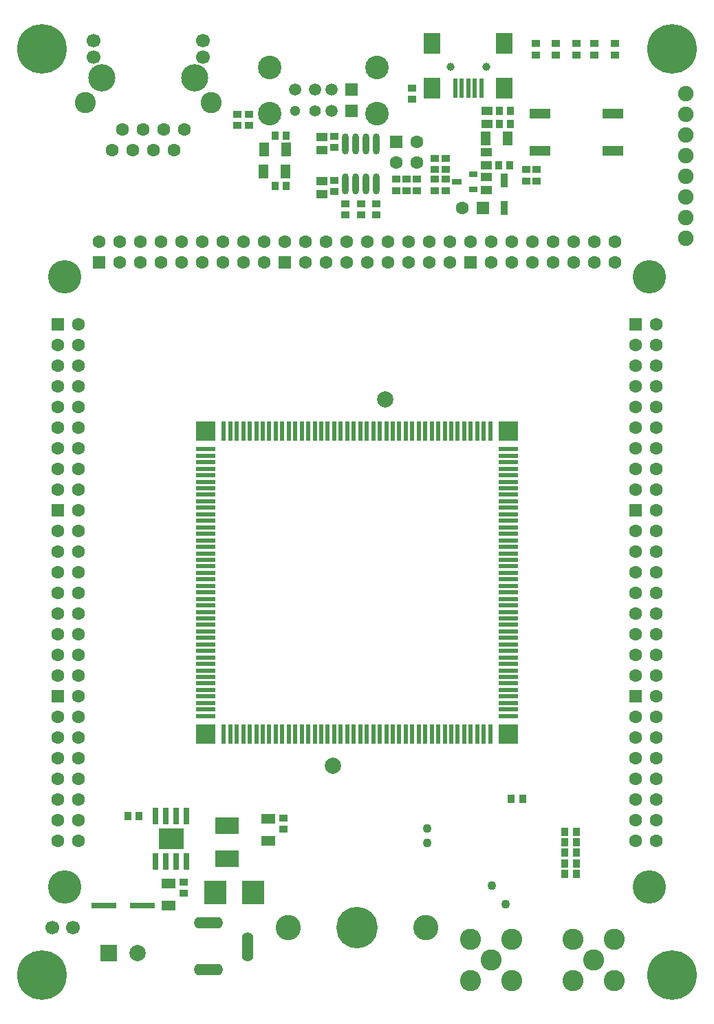
<source format=gts>
G04 Layer_Color=8388736*
%FSLAX44Y44*%
%MOMM*%
G71*
G01*
G75*
%ADD14C,1.0000*%
%ADD46C,1.6000*%
%ADD53C,1.3000*%
%ADD57C,1.9000*%
%ADD58C,2.0000*%
%ADD112R,1.0000X0.7500*%
%ADD113R,1.2000X0.7500*%
%ADD114R,3.1000X0.8000*%
%ADD115C,1.1000*%
%ADD116R,0.6000X2.4000*%
%ADD117R,2.4000X0.6000*%
%ADD118R,2.4000X2.4000*%
%ADD119O,0.8000X2.6000*%
%ADD120R,1.4000X1.1000*%
%ADD121R,0.9000X1.7000*%
%ADD122R,0.6000X2.3500*%
%ADD123R,2.1000X2.6000*%
%ADD124R,2.7162X2.8432*%
%ADD125R,2.9000X2.0000*%
%ADD126R,3.1000X2.5000*%
%ADD127R,0.8000X2.1000*%
%ADD128R,1.0000X0.9000*%
%ADD129R,1.8000X1.2000*%
%ADD130R,2.5000X1.3000*%
%ADD131R,0.9000X1.0000*%
%ADD132R,1.2000X1.8000*%
%ADD133C,5.1000*%
%ADD134R,1.6000X1.6000*%
%ADD135R,1.6000X1.6000*%
%ADD136C,1.7000*%
%ADD137C,2.6000*%
%ADD138C,3.3500*%
%ADD139C,1.5200*%
%ADD140R,1.5200X1.5200*%
%ADD141C,2.9000*%
%ADD142C,1.4000*%
%ADD143O,3.6000X1.4000*%
%ADD144O,1.4000X3.6000*%
%ADD145R,2.0000X2.0000*%
%ADD146C,2.0000*%
%ADD147C,4.1000*%
%ADD148C,6.1000*%
%ADD149C,3.1000*%
D14*
X578999Y1148498D02*
D03*
X534999D02*
D03*
D46*
X493700Y1056102D02*
D03*
X468300Y1030702D02*
D03*
X493700D02*
D03*
X549300Y975000D02*
D03*
X143700Y1045700D02*
D03*
X181800Y1071100D02*
D03*
X156400D02*
D03*
X131000D02*
D03*
X118300Y1045700D02*
D03*
X169100D02*
D03*
X194500D02*
D03*
X207200Y1071100D02*
D03*
X788299Y196901D02*
D03*
Y222301D02*
D03*
Y247701D02*
D03*
Y273101D02*
D03*
X762899Y196901D02*
D03*
Y222301D02*
D03*
Y247701D02*
D03*
Y273101D02*
D03*
Y628701D02*
D03*
Y654101D02*
D03*
Y679501D02*
D03*
Y704901D02*
D03*
Y730301D02*
D03*
Y755701D02*
D03*
Y781101D02*
D03*
Y806501D02*
D03*
X788299Y298501D02*
D03*
Y323901D02*
D03*
Y349301D02*
D03*
Y374701D02*
D03*
Y400101D02*
D03*
Y425501D02*
D03*
Y450901D02*
D03*
Y476301D02*
D03*
Y501701D02*
D03*
Y527101D02*
D03*
Y552501D02*
D03*
Y577901D02*
D03*
Y603301D02*
D03*
Y628701D02*
D03*
X762899Y298501D02*
D03*
Y323901D02*
D03*
Y349301D02*
D03*
Y400101D02*
D03*
Y425501D02*
D03*
Y450901D02*
D03*
Y476301D02*
D03*
Y501701D02*
D03*
Y527101D02*
D03*
Y552501D02*
D03*
Y577901D02*
D03*
X788299Y654101D02*
D03*
Y679501D02*
D03*
Y704901D02*
D03*
Y730301D02*
D03*
Y755701D02*
D03*
Y781101D02*
D03*
Y806501D02*
D03*
Y831901D02*
D03*
X77099Y196901D02*
D03*
Y222301D02*
D03*
Y247701D02*
D03*
Y273101D02*
D03*
X51699Y196901D02*
D03*
Y222301D02*
D03*
Y247701D02*
D03*
Y273101D02*
D03*
Y628701D02*
D03*
Y654101D02*
D03*
Y679501D02*
D03*
Y704901D02*
D03*
Y730301D02*
D03*
Y755701D02*
D03*
Y781101D02*
D03*
Y806501D02*
D03*
X77099Y298501D02*
D03*
Y323901D02*
D03*
Y349301D02*
D03*
Y374701D02*
D03*
Y400101D02*
D03*
Y425501D02*
D03*
Y450901D02*
D03*
Y476301D02*
D03*
Y501701D02*
D03*
Y527101D02*
D03*
Y552501D02*
D03*
Y577901D02*
D03*
Y603301D02*
D03*
Y628701D02*
D03*
X51699Y298501D02*
D03*
Y323901D02*
D03*
Y349301D02*
D03*
Y400101D02*
D03*
Y425501D02*
D03*
Y450901D02*
D03*
Y476301D02*
D03*
Y501701D02*
D03*
Y527101D02*
D03*
Y552501D02*
D03*
Y577901D02*
D03*
X77099Y654101D02*
D03*
Y679501D02*
D03*
Y704901D02*
D03*
Y730301D02*
D03*
Y755701D02*
D03*
Y781101D02*
D03*
Y806501D02*
D03*
Y831901D02*
D03*
X737298Y933299D02*
D03*
X711898D02*
D03*
X686498D02*
D03*
X661098D02*
D03*
X737298Y907899D02*
D03*
X711898D02*
D03*
X686498D02*
D03*
X661098D02*
D03*
X305498D02*
D03*
X280098D02*
D03*
X254698D02*
D03*
X229298D02*
D03*
X203898D02*
D03*
X178498D02*
D03*
X153098D02*
D03*
X127698D02*
D03*
X635698Y933299D02*
D03*
X610298D02*
D03*
X584898D02*
D03*
X559498D02*
D03*
X534098D02*
D03*
X508698D02*
D03*
X483298D02*
D03*
X457898D02*
D03*
X432498D02*
D03*
X407098D02*
D03*
X381698D02*
D03*
X356298D02*
D03*
X330898D02*
D03*
X305498D02*
D03*
X635698Y907899D02*
D03*
X610298D02*
D03*
X584898D02*
D03*
X534098D02*
D03*
X508698D02*
D03*
X483298D02*
D03*
X457898D02*
D03*
X432498D02*
D03*
X407098D02*
D03*
X381698D02*
D03*
X356298D02*
D03*
X280098Y933299D02*
D03*
X254698D02*
D03*
X229298D02*
D03*
X203898D02*
D03*
X178498D02*
D03*
X153098D02*
D03*
X127698D02*
D03*
X102298D02*
D03*
D53*
X343499Y1093898D02*
D03*
D57*
X825000Y937200D02*
D03*
Y1038800D02*
D03*
Y962600D02*
D03*
Y988000D02*
D03*
Y1013400D02*
D03*
Y1089600D02*
D03*
Y1115000D02*
D03*
Y1064200D02*
D03*
D58*
X390000Y289200D02*
D03*
X455000Y739200D02*
D03*
D112*
X563375Y997500D02*
D03*
Y1016500D02*
D03*
D113*
X542625Y1007000D02*
D03*
D114*
X155998Y117250D02*
D03*
X107998D02*
D03*
D115*
X586000Y142000D02*
D03*
X506000Y212000D02*
D03*
Y194000D02*
D03*
X603000Y119000D02*
D03*
D116*
X280000Y700200D02*
D03*
X288000D02*
D03*
X368000Y328200D02*
D03*
X376000D02*
D03*
X256000D02*
D03*
X584000Y700200D02*
D03*
X576000D02*
D03*
X568000D02*
D03*
X560000D02*
D03*
X552000D02*
D03*
X544000D02*
D03*
X536000D02*
D03*
X528000D02*
D03*
X520000D02*
D03*
X512000D02*
D03*
X504000D02*
D03*
X496000D02*
D03*
X488000D02*
D03*
X480000D02*
D03*
X472000D02*
D03*
X464000D02*
D03*
X456000D02*
D03*
X448000D02*
D03*
X440000D02*
D03*
X432000D02*
D03*
X424000D02*
D03*
X416000D02*
D03*
X408000D02*
D03*
X400000D02*
D03*
X392000D02*
D03*
X384000D02*
D03*
X376000D02*
D03*
X368000D02*
D03*
X360000D02*
D03*
X352000D02*
D03*
X344000D02*
D03*
X336000D02*
D03*
X328000D02*
D03*
X320000D02*
D03*
X312000D02*
D03*
X304000D02*
D03*
X296000D02*
D03*
X272000D02*
D03*
X264000D02*
D03*
X256000D02*
D03*
X264000Y328200D02*
D03*
X272000D02*
D03*
X280000D02*
D03*
X288000D02*
D03*
X296000D02*
D03*
X304000D02*
D03*
X312000D02*
D03*
X320000D02*
D03*
X328000D02*
D03*
X336000D02*
D03*
X344000D02*
D03*
X352000D02*
D03*
X360000D02*
D03*
X416000D02*
D03*
X424000D02*
D03*
X432000D02*
D03*
X440000D02*
D03*
X448000D02*
D03*
X456000D02*
D03*
X464000D02*
D03*
X472000D02*
D03*
X480000D02*
D03*
X488000D02*
D03*
X496000D02*
D03*
X504000D02*
D03*
X512000D02*
D03*
X520000D02*
D03*
X528000D02*
D03*
X536000D02*
D03*
X544000D02*
D03*
X552000D02*
D03*
X560000D02*
D03*
X568000D02*
D03*
X576000D02*
D03*
X584000D02*
D03*
X408000D02*
D03*
X400000D02*
D03*
X392000D02*
D03*
X384000D02*
D03*
D117*
X606000Y678200D02*
D03*
Y670200D02*
D03*
Y662200D02*
D03*
Y654200D02*
D03*
Y646200D02*
D03*
Y638200D02*
D03*
Y630200D02*
D03*
Y622200D02*
D03*
Y614200D02*
D03*
Y606200D02*
D03*
Y598200D02*
D03*
Y590200D02*
D03*
Y582200D02*
D03*
Y574200D02*
D03*
Y566200D02*
D03*
Y558200D02*
D03*
Y550200D02*
D03*
Y542200D02*
D03*
Y534200D02*
D03*
Y526200D02*
D03*
Y518200D02*
D03*
Y510200D02*
D03*
Y502200D02*
D03*
Y494200D02*
D03*
Y486200D02*
D03*
Y478200D02*
D03*
Y470200D02*
D03*
Y462200D02*
D03*
Y454200D02*
D03*
Y446200D02*
D03*
Y438200D02*
D03*
Y430200D02*
D03*
Y422200D02*
D03*
Y414200D02*
D03*
Y406200D02*
D03*
Y398200D02*
D03*
Y390200D02*
D03*
Y382200D02*
D03*
Y374200D02*
D03*
Y366200D02*
D03*
Y358200D02*
D03*
Y350200D02*
D03*
X234000Y678200D02*
D03*
Y670200D02*
D03*
Y662200D02*
D03*
Y654200D02*
D03*
Y646200D02*
D03*
Y638200D02*
D03*
Y630200D02*
D03*
Y622200D02*
D03*
Y614200D02*
D03*
Y606200D02*
D03*
Y598200D02*
D03*
Y590200D02*
D03*
Y582200D02*
D03*
Y574200D02*
D03*
Y566200D02*
D03*
Y558200D02*
D03*
Y550200D02*
D03*
Y542200D02*
D03*
Y534200D02*
D03*
Y526200D02*
D03*
Y518200D02*
D03*
Y510200D02*
D03*
Y502200D02*
D03*
Y494200D02*
D03*
Y486200D02*
D03*
Y478200D02*
D03*
Y470200D02*
D03*
Y462200D02*
D03*
Y454200D02*
D03*
Y446200D02*
D03*
Y438200D02*
D03*
Y430200D02*
D03*
Y422200D02*
D03*
Y414200D02*
D03*
Y406200D02*
D03*
Y398200D02*
D03*
Y390200D02*
D03*
Y382200D02*
D03*
Y374200D02*
D03*
Y366200D02*
D03*
Y358200D02*
D03*
Y350200D02*
D03*
D118*
Y328200D02*
D03*
X234000Y700200D02*
D03*
X606000Y328200D02*
D03*
Y700200D02*
D03*
D119*
X405950Y1004500D02*
D03*
X418650D02*
D03*
X431350D02*
D03*
X444050D02*
D03*
X405950Y1053500D02*
D03*
X418650D02*
D03*
X431350D02*
D03*
X444050D02*
D03*
D120*
X580000Y1094000D02*
D03*
Y1078000D02*
D03*
X579000Y1027000D02*
D03*
Y1043000D02*
D03*
Y1013000D02*
D03*
Y997000D02*
D03*
X377000Y1007998D02*
D03*
Y991998D02*
D03*
X377000Y1062000D02*
D03*
Y1046000D02*
D03*
D121*
X601000Y1009000D02*
D03*
Y975000D02*
D03*
D122*
X572999Y1122500D02*
D03*
X564998D02*
D03*
X557000D02*
D03*
X548999D02*
D03*
X541001D02*
D03*
D123*
X601501D02*
D03*
X512499D02*
D03*
X601501Y1177500D02*
D03*
X512499D02*
D03*
D124*
X292495Y133000D02*
D03*
X245505D02*
D03*
D125*
X260000Y174500D02*
D03*
Y215500D02*
D03*
D126*
X191000Y199500D02*
D03*
D127*
X197350Y227500D02*
D03*
X184650D02*
D03*
X171950D02*
D03*
X210050D02*
D03*
Y171500D02*
D03*
X197350D02*
D03*
X184650D02*
D03*
X171950D02*
D03*
D128*
X329000Y211002D02*
D03*
Y225002D02*
D03*
X207000Y146002D02*
D03*
Y132002D02*
D03*
X273000Y1075998D02*
D03*
Y1089998D02*
D03*
X287000Y1075998D02*
D03*
Y1089998D02*
D03*
X444000Y980002D02*
D03*
Y966002D02*
D03*
X425000Y980002D02*
D03*
Y966002D02*
D03*
X406000Y980002D02*
D03*
Y966002D02*
D03*
X529000Y995998D02*
D03*
Y1009998D02*
D03*
X641000Y1022002D02*
D03*
Y1008002D02*
D03*
X392000Y994998D02*
D03*
Y1008998D02*
D03*
X487999Y1122497D02*
D03*
Y1108497D02*
D03*
X516000Y1009998D02*
D03*
Y995998D02*
D03*
X494000Y1009998D02*
D03*
Y995998D02*
D03*
X628000Y1021998D02*
D03*
Y1007998D02*
D03*
X516000Y1022002D02*
D03*
Y1036002D02*
D03*
X529000Y1022002D02*
D03*
Y1036002D02*
D03*
X468000Y996002D02*
D03*
Y1010002D02*
D03*
X481000Y996002D02*
D03*
Y1010002D02*
D03*
X392000Y1048998D02*
D03*
Y1062998D02*
D03*
X640000Y1162998D02*
D03*
Y1176998D02*
D03*
X665000Y1162998D02*
D03*
Y1176998D02*
D03*
X690000D02*
D03*
Y1162998D02*
D03*
X712500D02*
D03*
Y1176998D02*
D03*
X737500D02*
D03*
Y1162998D02*
D03*
D129*
X311000Y196500D02*
D03*
Y223500D02*
D03*
X188000Y117500D02*
D03*
Y144500D02*
D03*
D130*
X735000Y1045500D02*
D03*
X645000D02*
D03*
X735000Y1090500D02*
D03*
X645000D02*
D03*
D131*
X623998Y248000D02*
D03*
X609998D02*
D03*
X675998Y169000D02*
D03*
X689998D02*
D03*
X675998Y208000D02*
D03*
X689998D02*
D03*
X675998Y195000D02*
D03*
X689998D02*
D03*
X675998Y182000D02*
D03*
X689998D02*
D03*
X675998Y156000D02*
D03*
X689998D02*
D03*
X138002Y227000D02*
D03*
X152002D02*
D03*
X593998Y1027000D02*
D03*
X607998D02*
D03*
X609002Y1094000D02*
D03*
X595002D02*
D03*
X333002Y1002000D02*
D03*
X319002D02*
D03*
X595002Y1078000D02*
D03*
X609002D02*
D03*
X333002Y1064000D02*
D03*
X319002D02*
D03*
D132*
X578500Y1060000D02*
D03*
X605500D02*
D03*
X332000Y1019500D02*
D03*
X305000D02*
D03*
X332500Y1046500D02*
D03*
X305500D02*
D03*
D133*
X419798Y90000D02*
D03*
D134*
X468300Y1056102D02*
D03*
X762899Y831901D02*
D03*
Y374701D02*
D03*
Y603301D02*
D03*
X51699Y831901D02*
D03*
Y374701D02*
D03*
Y603301D02*
D03*
D135*
X574700Y975000D02*
D03*
X102298Y907899D02*
D03*
X559498D02*
D03*
X330898D02*
D03*
D136*
X95500Y1180300D02*
D03*
Y1160000D02*
D03*
X230000D02*
D03*
Y1180300D02*
D03*
X44600Y90000D02*
D03*
X70000D02*
D03*
D137*
X240200Y1104100D02*
D03*
X85300D02*
D03*
X711000Y50000D02*
D03*
X685600Y75400D02*
D03*
X736400D02*
D03*
Y24600D02*
D03*
X685600D02*
D03*
X559600D02*
D03*
X610400D02*
D03*
Y75400D02*
D03*
X559600D02*
D03*
X585000Y50000D02*
D03*
D138*
X219900Y1134600D02*
D03*
X105600D02*
D03*
D139*
X343499Y1120098D02*
D03*
X368500D02*
D03*
X388500D02*
D03*
Y1093898D02*
D03*
D140*
X413499Y1120098D02*
D03*
Y1093898D02*
D03*
D141*
X312800Y1090398D02*
D03*
Y1147200D02*
D03*
X444199D02*
D03*
Y1090398D02*
D03*
D142*
X368500Y1093898D02*
D03*
D143*
X237000Y38001D02*
D03*
Y96000D02*
D03*
D144*
X285000Y66000D02*
D03*
D145*
X114500Y59000D02*
D03*
D146*
X149500D02*
D03*
D147*
X780000Y890000D02*
D03*
X60000D02*
D03*
X780000Y140000D02*
D03*
X60000D02*
D03*
D148*
X32000Y32000D02*
D03*
X808000D02*
D03*
Y1170000D02*
D03*
X32000D02*
D03*
D149*
X335298Y90000D02*
D03*
X504298D02*
D03*
M02*

</source>
